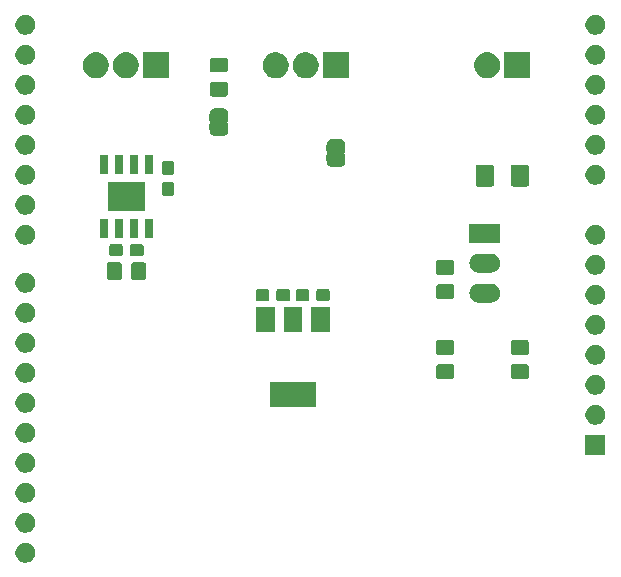
<source format=gbr>
G04 #@! TF.GenerationSoftware,KiCad,Pcbnew,5.1.5-52549c5~86~ubuntu18.04.1*
G04 #@! TF.CreationDate,2020-04-19T01:33:55+01:00*
G04 #@! TF.ProjectId,scot-controller,73636f74-2d63-46f6-9e74-726f6c6c6572,rev?*
G04 #@! TF.SameCoordinates,Original*
G04 #@! TF.FileFunction,Soldermask,Top*
G04 #@! TF.FilePolarity,Negative*
%FSLAX46Y46*%
G04 Gerber Fmt 4.6, Leading zero omitted, Abs format (unit mm)*
G04 Created by KiCad (PCBNEW 5.1.5-52549c5~86~ubuntu18.04.1) date 2020-04-19 01:33:55*
%MOMM*%
%LPD*%
G04 APERTURE LIST*
%ADD10C,0.100000*%
G04 APERTURE END LIST*
D10*
G36*
X195320228Y-112537903D02*
G01*
X195475100Y-112602053D01*
X195614481Y-112695185D01*
X195733015Y-112813719D01*
X195826147Y-112953100D01*
X195890297Y-113107972D01*
X195923000Y-113272384D01*
X195923000Y-113440016D01*
X195890297Y-113604428D01*
X195826147Y-113759300D01*
X195733015Y-113898681D01*
X195614481Y-114017215D01*
X195475100Y-114110347D01*
X195320228Y-114174497D01*
X195155816Y-114207200D01*
X194988184Y-114207200D01*
X194823772Y-114174497D01*
X194668900Y-114110347D01*
X194529519Y-114017215D01*
X194410985Y-113898681D01*
X194317853Y-113759300D01*
X194253703Y-113604428D01*
X194221000Y-113440016D01*
X194221000Y-113272384D01*
X194253703Y-113107972D01*
X194317853Y-112953100D01*
X194410985Y-112813719D01*
X194529519Y-112695185D01*
X194668900Y-112602053D01*
X194823772Y-112537903D01*
X194988184Y-112505200D01*
X195155816Y-112505200D01*
X195320228Y-112537903D01*
G37*
G36*
X195320228Y-109997903D02*
G01*
X195475100Y-110062053D01*
X195614481Y-110155185D01*
X195733015Y-110273719D01*
X195826147Y-110413100D01*
X195890297Y-110567972D01*
X195923000Y-110732384D01*
X195923000Y-110900016D01*
X195890297Y-111064428D01*
X195826147Y-111219300D01*
X195733015Y-111358681D01*
X195614481Y-111477215D01*
X195475100Y-111570347D01*
X195320228Y-111634497D01*
X195155816Y-111667200D01*
X194988184Y-111667200D01*
X194823772Y-111634497D01*
X194668900Y-111570347D01*
X194529519Y-111477215D01*
X194410985Y-111358681D01*
X194317853Y-111219300D01*
X194253703Y-111064428D01*
X194221000Y-110900016D01*
X194221000Y-110732384D01*
X194253703Y-110567972D01*
X194317853Y-110413100D01*
X194410985Y-110273719D01*
X194529519Y-110155185D01*
X194668900Y-110062053D01*
X194823772Y-109997903D01*
X194988184Y-109965200D01*
X195155816Y-109965200D01*
X195320228Y-109997903D01*
G37*
G36*
X195320228Y-107457903D02*
G01*
X195475100Y-107522053D01*
X195614481Y-107615185D01*
X195733015Y-107733719D01*
X195826147Y-107873100D01*
X195890297Y-108027972D01*
X195923000Y-108192384D01*
X195923000Y-108360016D01*
X195890297Y-108524428D01*
X195826147Y-108679300D01*
X195733015Y-108818681D01*
X195614481Y-108937215D01*
X195475100Y-109030347D01*
X195320228Y-109094497D01*
X195155816Y-109127200D01*
X194988184Y-109127200D01*
X194823772Y-109094497D01*
X194668900Y-109030347D01*
X194529519Y-108937215D01*
X194410985Y-108818681D01*
X194317853Y-108679300D01*
X194253703Y-108524428D01*
X194221000Y-108360016D01*
X194221000Y-108192384D01*
X194253703Y-108027972D01*
X194317853Y-107873100D01*
X194410985Y-107733719D01*
X194529519Y-107615185D01*
X194668900Y-107522053D01*
X194823772Y-107457903D01*
X194988184Y-107425200D01*
X195155816Y-107425200D01*
X195320228Y-107457903D01*
G37*
G36*
X195320228Y-104917903D02*
G01*
X195475100Y-104982053D01*
X195614481Y-105075185D01*
X195733015Y-105193719D01*
X195826147Y-105333100D01*
X195890297Y-105487972D01*
X195923000Y-105652384D01*
X195923000Y-105820016D01*
X195890297Y-105984428D01*
X195826147Y-106139300D01*
X195733015Y-106278681D01*
X195614481Y-106397215D01*
X195475100Y-106490347D01*
X195320228Y-106554497D01*
X195155816Y-106587200D01*
X194988184Y-106587200D01*
X194823772Y-106554497D01*
X194668900Y-106490347D01*
X194529519Y-106397215D01*
X194410985Y-106278681D01*
X194317853Y-106139300D01*
X194253703Y-105984428D01*
X194221000Y-105820016D01*
X194221000Y-105652384D01*
X194253703Y-105487972D01*
X194317853Y-105333100D01*
X194410985Y-105193719D01*
X194529519Y-105075185D01*
X194668900Y-104982053D01*
X194823772Y-104917903D01*
X194988184Y-104885200D01*
X195155816Y-104885200D01*
X195320228Y-104917903D01*
G37*
G36*
X244183000Y-105067200D02*
G01*
X242481000Y-105067200D01*
X242481000Y-103365200D01*
X244183000Y-103365200D01*
X244183000Y-105067200D01*
G37*
G36*
X195320228Y-102377903D02*
G01*
X195475100Y-102442053D01*
X195614481Y-102535185D01*
X195733015Y-102653719D01*
X195826147Y-102793100D01*
X195890297Y-102947972D01*
X195923000Y-103112384D01*
X195923000Y-103280016D01*
X195890297Y-103444428D01*
X195826147Y-103599300D01*
X195733015Y-103738681D01*
X195614481Y-103857215D01*
X195475100Y-103950347D01*
X195320228Y-104014497D01*
X195155816Y-104047200D01*
X194988184Y-104047200D01*
X194823772Y-104014497D01*
X194668900Y-103950347D01*
X194529519Y-103857215D01*
X194410985Y-103738681D01*
X194317853Y-103599300D01*
X194253703Y-103444428D01*
X194221000Y-103280016D01*
X194221000Y-103112384D01*
X194253703Y-102947972D01*
X194317853Y-102793100D01*
X194410985Y-102653719D01*
X194529519Y-102535185D01*
X194668900Y-102442053D01*
X194823772Y-102377903D01*
X194988184Y-102345200D01*
X195155816Y-102345200D01*
X195320228Y-102377903D01*
G37*
G36*
X243580228Y-100857903D02*
G01*
X243735100Y-100922053D01*
X243874481Y-101015185D01*
X243993015Y-101133719D01*
X244086147Y-101273100D01*
X244150297Y-101427972D01*
X244183000Y-101592384D01*
X244183000Y-101760016D01*
X244150297Y-101924428D01*
X244086147Y-102079300D01*
X243993015Y-102218681D01*
X243874481Y-102337215D01*
X243735100Y-102430347D01*
X243580228Y-102494497D01*
X243415816Y-102527200D01*
X243248184Y-102527200D01*
X243083772Y-102494497D01*
X242928900Y-102430347D01*
X242789519Y-102337215D01*
X242670985Y-102218681D01*
X242577853Y-102079300D01*
X242513703Y-101924428D01*
X242481000Y-101760016D01*
X242481000Y-101592384D01*
X242513703Y-101427972D01*
X242577853Y-101273100D01*
X242670985Y-101133719D01*
X242789519Y-101015185D01*
X242928900Y-100922053D01*
X243083772Y-100857903D01*
X243248184Y-100825200D01*
X243415816Y-100825200D01*
X243580228Y-100857903D01*
G37*
G36*
X195320228Y-99837903D02*
G01*
X195475100Y-99902053D01*
X195614481Y-99995185D01*
X195733015Y-100113719D01*
X195826147Y-100253100D01*
X195890297Y-100407972D01*
X195923000Y-100572384D01*
X195923000Y-100740016D01*
X195890297Y-100904428D01*
X195826147Y-101059300D01*
X195733015Y-101198681D01*
X195614481Y-101317215D01*
X195475100Y-101410347D01*
X195320228Y-101474497D01*
X195155816Y-101507200D01*
X194988184Y-101507200D01*
X194823772Y-101474497D01*
X194668900Y-101410347D01*
X194529519Y-101317215D01*
X194410985Y-101198681D01*
X194317853Y-101059300D01*
X194253703Y-100904428D01*
X194221000Y-100740016D01*
X194221000Y-100572384D01*
X194253703Y-100407972D01*
X194317853Y-100253100D01*
X194410985Y-100113719D01*
X194529519Y-99995185D01*
X194668900Y-99902053D01*
X194823772Y-99837903D01*
X194988184Y-99805200D01*
X195155816Y-99805200D01*
X195320228Y-99837903D01*
G37*
G36*
X219679800Y-101000000D02*
G01*
X215777800Y-101000000D01*
X215777800Y-98898000D01*
X219679800Y-98898000D01*
X219679800Y-101000000D01*
G37*
G36*
X243580228Y-98317903D02*
G01*
X243735100Y-98382053D01*
X243874481Y-98475185D01*
X243993015Y-98593719D01*
X244086147Y-98733100D01*
X244150297Y-98887972D01*
X244183000Y-99052384D01*
X244183000Y-99220016D01*
X244150297Y-99384428D01*
X244086147Y-99539300D01*
X243993015Y-99678681D01*
X243874481Y-99797215D01*
X243735100Y-99890347D01*
X243580228Y-99954497D01*
X243415816Y-99987200D01*
X243248184Y-99987200D01*
X243083772Y-99954497D01*
X242928900Y-99890347D01*
X242789519Y-99797215D01*
X242670985Y-99678681D01*
X242577853Y-99539300D01*
X242513703Y-99384428D01*
X242481000Y-99220016D01*
X242481000Y-99052384D01*
X242513703Y-98887972D01*
X242577853Y-98733100D01*
X242670985Y-98593719D01*
X242789519Y-98475185D01*
X242928900Y-98382053D01*
X243083772Y-98317903D01*
X243248184Y-98285200D01*
X243415816Y-98285200D01*
X243580228Y-98317903D01*
G37*
G36*
X195320228Y-97297903D02*
G01*
X195475100Y-97362053D01*
X195614481Y-97455185D01*
X195733015Y-97573719D01*
X195826147Y-97713100D01*
X195890297Y-97867972D01*
X195923000Y-98032384D01*
X195923000Y-98200016D01*
X195890297Y-98364428D01*
X195826147Y-98519300D01*
X195733015Y-98658681D01*
X195614481Y-98777215D01*
X195475100Y-98870347D01*
X195320228Y-98934497D01*
X195155816Y-98967200D01*
X194988184Y-98967200D01*
X194823772Y-98934497D01*
X194668900Y-98870347D01*
X194529519Y-98777215D01*
X194410985Y-98658681D01*
X194317853Y-98519300D01*
X194253703Y-98364428D01*
X194221000Y-98200016D01*
X194221000Y-98032384D01*
X194253703Y-97867972D01*
X194317853Y-97713100D01*
X194410985Y-97573719D01*
X194529519Y-97455185D01*
X194668900Y-97362053D01*
X194823772Y-97297903D01*
X194988184Y-97265200D01*
X195155816Y-97265200D01*
X195320228Y-97297903D01*
G37*
G36*
X237519874Y-97415065D02*
G01*
X237557567Y-97426499D01*
X237592303Y-97445066D01*
X237622748Y-97470052D01*
X237647734Y-97500497D01*
X237666301Y-97535233D01*
X237677735Y-97572926D01*
X237682200Y-97618261D01*
X237682200Y-98454939D01*
X237677735Y-98500274D01*
X237666301Y-98537967D01*
X237647734Y-98572703D01*
X237622748Y-98603148D01*
X237592303Y-98628134D01*
X237557567Y-98646701D01*
X237519874Y-98658135D01*
X237474539Y-98662600D01*
X236387861Y-98662600D01*
X236342526Y-98658135D01*
X236304833Y-98646701D01*
X236270097Y-98628134D01*
X236239652Y-98603148D01*
X236214666Y-98572703D01*
X236196099Y-98537967D01*
X236184665Y-98500274D01*
X236180200Y-98454939D01*
X236180200Y-97618261D01*
X236184665Y-97572926D01*
X236196099Y-97535233D01*
X236214666Y-97500497D01*
X236239652Y-97470052D01*
X236270097Y-97445066D01*
X236304833Y-97426499D01*
X236342526Y-97415065D01*
X236387861Y-97410600D01*
X237474539Y-97410600D01*
X237519874Y-97415065D01*
G37*
G36*
X231195274Y-97406065D02*
G01*
X231232967Y-97417499D01*
X231267703Y-97436066D01*
X231298148Y-97461052D01*
X231323134Y-97491497D01*
X231341701Y-97526233D01*
X231353135Y-97563926D01*
X231357600Y-97609261D01*
X231357600Y-98445939D01*
X231353135Y-98491274D01*
X231341701Y-98528967D01*
X231323134Y-98563703D01*
X231298148Y-98594148D01*
X231267703Y-98619134D01*
X231232967Y-98637701D01*
X231195274Y-98649135D01*
X231149939Y-98653600D01*
X230063261Y-98653600D01*
X230017926Y-98649135D01*
X229980233Y-98637701D01*
X229945497Y-98619134D01*
X229915052Y-98594148D01*
X229890066Y-98563703D01*
X229871499Y-98528967D01*
X229860065Y-98491274D01*
X229855600Y-98445939D01*
X229855600Y-97609261D01*
X229860065Y-97563926D01*
X229871499Y-97526233D01*
X229890066Y-97491497D01*
X229915052Y-97461052D01*
X229945497Y-97436066D01*
X229980233Y-97417499D01*
X230017926Y-97406065D01*
X230063261Y-97401600D01*
X231149939Y-97401600D01*
X231195274Y-97406065D01*
G37*
G36*
X243580228Y-95777903D02*
G01*
X243735100Y-95842053D01*
X243874481Y-95935185D01*
X243993015Y-96053719D01*
X244086147Y-96193100D01*
X244150297Y-96347972D01*
X244183000Y-96512384D01*
X244183000Y-96680016D01*
X244150297Y-96844428D01*
X244086147Y-96999300D01*
X243993015Y-97138681D01*
X243874481Y-97257215D01*
X243735100Y-97350347D01*
X243580228Y-97414497D01*
X243415816Y-97447200D01*
X243248184Y-97447200D01*
X243083772Y-97414497D01*
X242928900Y-97350347D01*
X242789519Y-97257215D01*
X242670985Y-97138681D01*
X242577853Y-96999300D01*
X242513703Y-96844428D01*
X242481000Y-96680016D01*
X242481000Y-96512384D01*
X242513703Y-96347972D01*
X242577853Y-96193100D01*
X242670985Y-96053719D01*
X242789519Y-95935185D01*
X242928900Y-95842053D01*
X243083772Y-95777903D01*
X243248184Y-95745200D01*
X243415816Y-95745200D01*
X243580228Y-95777903D01*
G37*
G36*
X237519874Y-95365065D02*
G01*
X237557567Y-95376499D01*
X237592303Y-95395066D01*
X237622748Y-95420052D01*
X237647734Y-95450497D01*
X237666301Y-95485233D01*
X237677735Y-95522926D01*
X237682200Y-95568261D01*
X237682200Y-96404939D01*
X237677735Y-96450274D01*
X237666301Y-96487967D01*
X237647734Y-96522703D01*
X237622748Y-96553148D01*
X237592303Y-96578134D01*
X237557567Y-96596701D01*
X237519874Y-96608135D01*
X237474539Y-96612600D01*
X236387861Y-96612600D01*
X236342526Y-96608135D01*
X236304833Y-96596701D01*
X236270097Y-96578134D01*
X236239652Y-96553148D01*
X236214666Y-96522703D01*
X236196099Y-96487967D01*
X236184665Y-96450274D01*
X236180200Y-96404939D01*
X236180200Y-95568261D01*
X236184665Y-95522926D01*
X236196099Y-95485233D01*
X236214666Y-95450497D01*
X236239652Y-95420052D01*
X236270097Y-95395066D01*
X236304833Y-95376499D01*
X236342526Y-95365065D01*
X236387861Y-95360600D01*
X237474539Y-95360600D01*
X237519874Y-95365065D01*
G37*
G36*
X231195274Y-95356065D02*
G01*
X231232967Y-95367499D01*
X231267703Y-95386066D01*
X231298148Y-95411052D01*
X231323134Y-95441497D01*
X231341701Y-95476233D01*
X231353135Y-95513926D01*
X231357600Y-95559261D01*
X231357600Y-96395939D01*
X231353135Y-96441274D01*
X231341701Y-96478967D01*
X231323134Y-96513703D01*
X231298148Y-96544148D01*
X231267703Y-96569134D01*
X231232967Y-96587701D01*
X231195274Y-96599135D01*
X231149939Y-96603600D01*
X230063261Y-96603600D01*
X230017926Y-96599135D01*
X229980233Y-96587701D01*
X229945497Y-96569134D01*
X229915052Y-96544148D01*
X229890066Y-96513703D01*
X229871499Y-96478967D01*
X229860065Y-96441274D01*
X229855600Y-96395939D01*
X229855600Y-95559261D01*
X229860065Y-95513926D01*
X229871499Y-95476233D01*
X229890066Y-95441497D01*
X229915052Y-95411052D01*
X229945497Y-95386066D01*
X229980233Y-95367499D01*
X230017926Y-95356065D01*
X230063261Y-95351600D01*
X231149939Y-95351600D01*
X231195274Y-95356065D01*
G37*
G36*
X195320228Y-94757903D02*
G01*
X195475100Y-94822053D01*
X195614481Y-94915185D01*
X195733015Y-95033719D01*
X195826147Y-95173100D01*
X195890297Y-95327972D01*
X195923000Y-95492384D01*
X195923000Y-95660016D01*
X195890297Y-95824428D01*
X195826147Y-95979300D01*
X195733015Y-96118681D01*
X195614481Y-96237215D01*
X195475100Y-96330347D01*
X195320228Y-96394497D01*
X195155816Y-96427200D01*
X194988184Y-96427200D01*
X194823772Y-96394497D01*
X194668900Y-96330347D01*
X194529519Y-96237215D01*
X194410985Y-96118681D01*
X194317853Y-95979300D01*
X194253703Y-95824428D01*
X194221000Y-95660016D01*
X194221000Y-95492384D01*
X194253703Y-95327972D01*
X194317853Y-95173100D01*
X194410985Y-95033719D01*
X194529519Y-94915185D01*
X194668900Y-94822053D01*
X194823772Y-94757903D01*
X194988184Y-94725200D01*
X195155816Y-94725200D01*
X195320228Y-94757903D01*
G37*
G36*
X243580228Y-93237903D02*
G01*
X243735100Y-93302053D01*
X243874481Y-93395185D01*
X243993015Y-93513719D01*
X244086147Y-93653100D01*
X244150297Y-93807972D01*
X244183000Y-93972384D01*
X244183000Y-94140016D01*
X244150297Y-94304428D01*
X244086147Y-94459300D01*
X243993015Y-94598681D01*
X243874481Y-94717215D01*
X243735100Y-94810347D01*
X243580228Y-94874497D01*
X243415816Y-94907200D01*
X243248184Y-94907200D01*
X243083772Y-94874497D01*
X242928900Y-94810347D01*
X242789519Y-94717215D01*
X242670985Y-94598681D01*
X242577853Y-94459300D01*
X242513703Y-94304428D01*
X242481000Y-94140016D01*
X242481000Y-93972384D01*
X242513703Y-93807972D01*
X242577853Y-93653100D01*
X242670985Y-93513719D01*
X242789519Y-93395185D01*
X242928900Y-93302053D01*
X243083772Y-93237903D01*
X243248184Y-93205200D01*
X243415816Y-93205200D01*
X243580228Y-93237903D01*
G37*
G36*
X218529800Y-94700000D02*
G01*
X216927800Y-94700000D01*
X216927800Y-92598000D01*
X218529800Y-92598000D01*
X218529800Y-94700000D01*
G37*
G36*
X220829800Y-94700000D02*
G01*
X219227800Y-94700000D01*
X219227800Y-92598000D01*
X220829800Y-92598000D01*
X220829800Y-94700000D01*
G37*
G36*
X216229800Y-94700000D02*
G01*
X214627800Y-94700000D01*
X214627800Y-92598000D01*
X216229800Y-92598000D01*
X216229800Y-94700000D01*
G37*
G36*
X195320228Y-92217903D02*
G01*
X195475100Y-92282053D01*
X195614481Y-92375185D01*
X195733015Y-92493719D01*
X195826147Y-92633100D01*
X195890297Y-92787972D01*
X195923000Y-92952384D01*
X195923000Y-93120016D01*
X195890297Y-93284428D01*
X195826147Y-93439300D01*
X195733015Y-93578681D01*
X195614481Y-93697215D01*
X195475100Y-93790347D01*
X195320228Y-93854497D01*
X195155816Y-93887200D01*
X194988184Y-93887200D01*
X194823772Y-93854497D01*
X194668900Y-93790347D01*
X194529519Y-93697215D01*
X194410985Y-93578681D01*
X194317853Y-93439300D01*
X194253703Y-93284428D01*
X194221000Y-93120016D01*
X194221000Y-92952384D01*
X194253703Y-92787972D01*
X194317853Y-92633100D01*
X194410985Y-92493719D01*
X194529519Y-92375185D01*
X194668900Y-92282053D01*
X194823772Y-92217903D01*
X194988184Y-92185200D01*
X195155816Y-92185200D01*
X195320228Y-92217903D01*
G37*
G36*
X243580228Y-90697903D02*
G01*
X243735100Y-90762053D01*
X243874481Y-90855185D01*
X243993015Y-90973719D01*
X244086147Y-91113100D01*
X244150297Y-91267972D01*
X244183000Y-91432384D01*
X244183000Y-91600016D01*
X244150297Y-91764428D01*
X244086147Y-91919300D01*
X243993015Y-92058681D01*
X243874481Y-92177215D01*
X243735100Y-92270347D01*
X243580228Y-92334497D01*
X243415816Y-92367200D01*
X243248184Y-92367200D01*
X243083772Y-92334497D01*
X242928900Y-92270347D01*
X242789519Y-92177215D01*
X242670985Y-92058681D01*
X242577853Y-91919300D01*
X242513703Y-91764428D01*
X242481000Y-91600016D01*
X242481000Y-91432384D01*
X242513703Y-91267972D01*
X242577853Y-91113100D01*
X242670985Y-90973719D01*
X242789519Y-90855185D01*
X242928900Y-90762053D01*
X243083772Y-90697903D01*
X243248184Y-90665200D01*
X243415816Y-90665200D01*
X243580228Y-90697903D01*
G37*
G36*
X234537971Y-90592063D02*
G01*
X234616423Y-90599790D01*
X234712056Y-90628800D01*
X234767413Y-90645592D01*
X234906565Y-90719971D01*
X235028533Y-90820067D01*
X235128629Y-90942035D01*
X235203008Y-91081187D01*
X235212689Y-91113103D01*
X235248810Y-91232177D01*
X235264275Y-91389200D01*
X235248810Y-91546223D01*
X235232492Y-91600015D01*
X235203008Y-91697213D01*
X235128629Y-91836365D01*
X235028533Y-91958333D01*
X234906565Y-92058429D01*
X234767413Y-92132808D01*
X234717082Y-92148075D01*
X234616423Y-92178610D01*
X234549512Y-92185200D01*
X234498746Y-92190200D01*
X233420054Y-92190200D01*
X233369288Y-92185200D01*
X233302377Y-92178610D01*
X233201718Y-92148075D01*
X233151387Y-92132808D01*
X233012235Y-92058429D01*
X232890267Y-91958333D01*
X232790171Y-91836365D01*
X232715792Y-91697213D01*
X232686308Y-91600015D01*
X232669990Y-91546223D01*
X232654525Y-91389200D01*
X232669990Y-91232177D01*
X232706111Y-91113103D01*
X232715792Y-91081187D01*
X232790171Y-90942035D01*
X232890267Y-90820067D01*
X233012235Y-90719971D01*
X233151387Y-90645592D01*
X233206744Y-90628800D01*
X233302377Y-90599790D01*
X233380829Y-90592063D01*
X233420054Y-90588200D01*
X234498746Y-90588200D01*
X234537971Y-90592063D01*
G37*
G36*
X217305099Y-91045445D02*
G01*
X217342595Y-91056820D01*
X217377154Y-91075292D01*
X217407447Y-91100153D01*
X217432308Y-91130446D01*
X217450780Y-91165005D01*
X217462155Y-91202501D01*
X217466600Y-91247638D01*
X217466600Y-91886362D01*
X217462155Y-91931499D01*
X217450780Y-91968995D01*
X217432308Y-92003554D01*
X217407447Y-92033847D01*
X217377154Y-92058708D01*
X217342595Y-92077180D01*
X217305099Y-92088555D01*
X217259962Y-92093000D01*
X216521238Y-92093000D01*
X216476101Y-92088555D01*
X216438605Y-92077180D01*
X216404046Y-92058708D01*
X216373753Y-92033847D01*
X216348892Y-92003554D01*
X216330420Y-91968995D01*
X216319045Y-91931499D01*
X216314600Y-91886362D01*
X216314600Y-91247638D01*
X216319045Y-91202501D01*
X216330420Y-91165005D01*
X216348892Y-91130446D01*
X216373753Y-91100153D01*
X216404046Y-91075292D01*
X216438605Y-91056820D01*
X216476101Y-91045445D01*
X216521238Y-91041000D01*
X217259962Y-91041000D01*
X217305099Y-91045445D01*
G37*
G36*
X215555099Y-91045445D02*
G01*
X215592595Y-91056820D01*
X215627154Y-91075292D01*
X215657447Y-91100153D01*
X215682308Y-91130446D01*
X215700780Y-91165005D01*
X215712155Y-91202501D01*
X215716600Y-91247638D01*
X215716600Y-91886362D01*
X215712155Y-91931499D01*
X215700780Y-91968995D01*
X215682308Y-92003554D01*
X215657447Y-92033847D01*
X215627154Y-92058708D01*
X215592595Y-92077180D01*
X215555099Y-92088555D01*
X215509962Y-92093000D01*
X214771238Y-92093000D01*
X214726101Y-92088555D01*
X214688605Y-92077180D01*
X214654046Y-92058708D01*
X214623753Y-92033847D01*
X214598892Y-92003554D01*
X214580420Y-91968995D01*
X214569045Y-91931499D01*
X214564600Y-91886362D01*
X214564600Y-91247638D01*
X214569045Y-91202501D01*
X214580420Y-91165005D01*
X214598892Y-91130446D01*
X214623753Y-91100153D01*
X214654046Y-91075292D01*
X214688605Y-91056820D01*
X214726101Y-91045445D01*
X214771238Y-91041000D01*
X215509962Y-91041000D01*
X215555099Y-91045445D01*
G37*
G36*
X220680699Y-91045445D02*
G01*
X220718195Y-91056820D01*
X220752754Y-91075292D01*
X220783047Y-91100153D01*
X220807908Y-91130446D01*
X220826380Y-91165005D01*
X220837755Y-91202501D01*
X220842200Y-91247638D01*
X220842200Y-91886362D01*
X220837755Y-91931499D01*
X220826380Y-91968995D01*
X220807908Y-92003554D01*
X220783047Y-92033847D01*
X220752754Y-92058708D01*
X220718195Y-92077180D01*
X220680699Y-92088555D01*
X220635562Y-92093000D01*
X219896838Y-92093000D01*
X219851701Y-92088555D01*
X219814205Y-92077180D01*
X219779646Y-92058708D01*
X219749353Y-92033847D01*
X219724492Y-92003554D01*
X219706020Y-91968995D01*
X219694645Y-91931499D01*
X219690200Y-91886362D01*
X219690200Y-91247638D01*
X219694645Y-91202501D01*
X219706020Y-91165005D01*
X219724492Y-91130446D01*
X219749353Y-91100153D01*
X219779646Y-91075292D01*
X219814205Y-91056820D01*
X219851701Y-91045445D01*
X219896838Y-91041000D01*
X220635562Y-91041000D01*
X220680699Y-91045445D01*
G37*
G36*
X218930699Y-91045445D02*
G01*
X218968195Y-91056820D01*
X219002754Y-91075292D01*
X219033047Y-91100153D01*
X219057908Y-91130446D01*
X219076380Y-91165005D01*
X219087755Y-91202501D01*
X219092200Y-91247638D01*
X219092200Y-91886362D01*
X219087755Y-91931499D01*
X219076380Y-91968995D01*
X219057908Y-92003554D01*
X219033047Y-92033847D01*
X219002754Y-92058708D01*
X218968195Y-92077180D01*
X218930699Y-92088555D01*
X218885562Y-92093000D01*
X218146838Y-92093000D01*
X218101701Y-92088555D01*
X218064205Y-92077180D01*
X218029646Y-92058708D01*
X217999353Y-92033847D01*
X217974492Y-92003554D01*
X217956020Y-91968995D01*
X217944645Y-91931499D01*
X217940200Y-91886362D01*
X217940200Y-91247638D01*
X217944645Y-91202501D01*
X217956020Y-91165005D01*
X217974492Y-91130446D01*
X217999353Y-91100153D01*
X218029646Y-91075292D01*
X218064205Y-91056820D01*
X218101701Y-91045445D01*
X218146838Y-91041000D01*
X218885562Y-91041000D01*
X218930699Y-91045445D01*
G37*
G36*
X231195274Y-90633265D02*
G01*
X231232967Y-90644699D01*
X231267703Y-90663266D01*
X231298148Y-90688252D01*
X231323134Y-90718697D01*
X231341701Y-90753433D01*
X231353135Y-90791126D01*
X231357600Y-90836461D01*
X231357600Y-91673139D01*
X231353135Y-91718474D01*
X231341701Y-91756167D01*
X231323134Y-91790903D01*
X231298148Y-91821348D01*
X231267703Y-91846334D01*
X231232967Y-91864901D01*
X231195274Y-91876335D01*
X231149939Y-91880800D01*
X230063261Y-91880800D01*
X230017926Y-91876335D01*
X229980233Y-91864901D01*
X229945497Y-91846334D01*
X229915052Y-91821348D01*
X229890066Y-91790903D01*
X229871499Y-91756167D01*
X229860065Y-91718474D01*
X229855600Y-91673139D01*
X229855600Y-90836461D01*
X229860065Y-90791126D01*
X229871499Y-90753433D01*
X229890066Y-90718697D01*
X229915052Y-90688252D01*
X229945497Y-90663266D01*
X229980233Y-90644699D01*
X230017926Y-90633265D01*
X230063261Y-90628800D01*
X231149939Y-90628800D01*
X231195274Y-90633265D01*
G37*
G36*
X195320228Y-89677903D02*
G01*
X195475100Y-89742053D01*
X195614481Y-89835185D01*
X195733015Y-89953719D01*
X195826147Y-90093100D01*
X195890297Y-90247972D01*
X195923000Y-90412384D01*
X195923000Y-90580016D01*
X195890297Y-90744428D01*
X195826147Y-90899300D01*
X195733015Y-91038681D01*
X195614481Y-91157215D01*
X195475100Y-91250347D01*
X195320228Y-91314497D01*
X195155816Y-91347200D01*
X194988184Y-91347200D01*
X194823772Y-91314497D01*
X194668900Y-91250347D01*
X194529519Y-91157215D01*
X194410985Y-91038681D01*
X194317853Y-90899300D01*
X194253703Y-90744428D01*
X194221000Y-90580016D01*
X194221000Y-90412384D01*
X194253703Y-90247972D01*
X194317853Y-90093100D01*
X194410985Y-89953719D01*
X194529519Y-89835185D01*
X194668900Y-89742053D01*
X194823772Y-89677903D01*
X194988184Y-89645200D01*
X195155816Y-89645200D01*
X195320228Y-89677903D01*
G37*
G36*
X205111474Y-88763065D02*
G01*
X205149167Y-88774499D01*
X205183903Y-88793066D01*
X205214348Y-88818052D01*
X205239334Y-88848497D01*
X205257901Y-88883233D01*
X205269335Y-88920926D01*
X205273800Y-88966261D01*
X205273800Y-90052939D01*
X205269335Y-90098274D01*
X205257901Y-90135967D01*
X205239334Y-90170703D01*
X205214348Y-90201148D01*
X205183903Y-90226134D01*
X205149167Y-90244701D01*
X205111474Y-90256135D01*
X205066139Y-90260600D01*
X204229461Y-90260600D01*
X204184126Y-90256135D01*
X204146433Y-90244701D01*
X204111697Y-90226134D01*
X204081252Y-90201148D01*
X204056266Y-90170703D01*
X204037699Y-90135967D01*
X204026265Y-90098274D01*
X204021800Y-90052939D01*
X204021800Y-88966261D01*
X204026265Y-88920926D01*
X204037699Y-88883233D01*
X204056266Y-88848497D01*
X204081252Y-88818052D01*
X204111697Y-88793066D01*
X204146433Y-88774499D01*
X204184126Y-88763065D01*
X204229461Y-88758600D01*
X205066139Y-88758600D01*
X205111474Y-88763065D01*
G37*
G36*
X203061474Y-88763065D02*
G01*
X203099167Y-88774499D01*
X203133903Y-88793066D01*
X203164348Y-88818052D01*
X203189334Y-88848497D01*
X203207901Y-88883233D01*
X203219335Y-88920926D01*
X203223800Y-88966261D01*
X203223800Y-90052939D01*
X203219335Y-90098274D01*
X203207901Y-90135967D01*
X203189334Y-90170703D01*
X203164348Y-90201148D01*
X203133903Y-90226134D01*
X203099167Y-90244701D01*
X203061474Y-90256135D01*
X203016139Y-90260600D01*
X202179461Y-90260600D01*
X202134126Y-90256135D01*
X202096433Y-90244701D01*
X202061697Y-90226134D01*
X202031252Y-90201148D01*
X202006266Y-90170703D01*
X201987699Y-90135967D01*
X201976265Y-90098274D01*
X201971800Y-90052939D01*
X201971800Y-88966261D01*
X201976265Y-88920926D01*
X201987699Y-88883233D01*
X202006266Y-88848497D01*
X202031252Y-88818052D01*
X202061697Y-88793066D01*
X202096433Y-88774499D01*
X202134126Y-88763065D01*
X202179461Y-88758600D01*
X203016139Y-88758600D01*
X203061474Y-88763065D01*
G37*
G36*
X231195274Y-88583265D02*
G01*
X231232967Y-88594699D01*
X231267703Y-88613266D01*
X231298148Y-88638252D01*
X231323134Y-88668697D01*
X231341701Y-88703433D01*
X231353135Y-88741126D01*
X231357600Y-88786461D01*
X231357600Y-89623139D01*
X231353135Y-89668474D01*
X231341701Y-89706167D01*
X231323134Y-89740903D01*
X231298148Y-89771348D01*
X231267703Y-89796334D01*
X231232967Y-89814901D01*
X231195274Y-89826335D01*
X231149939Y-89830800D01*
X230063261Y-89830800D01*
X230017926Y-89826335D01*
X229980233Y-89814901D01*
X229945497Y-89796334D01*
X229915052Y-89771348D01*
X229890066Y-89740903D01*
X229871499Y-89706167D01*
X229860065Y-89668474D01*
X229855600Y-89623139D01*
X229855600Y-88786461D01*
X229860065Y-88741126D01*
X229871499Y-88703433D01*
X229890066Y-88668697D01*
X229915052Y-88638252D01*
X229945497Y-88613266D01*
X229980233Y-88594699D01*
X230017926Y-88583265D01*
X230063261Y-88578800D01*
X231149939Y-88578800D01*
X231195274Y-88583265D01*
G37*
G36*
X243580228Y-88157903D02*
G01*
X243735100Y-88222053D01*
X243874481Y-88315185D01*
X243993015Y-88433719D01*
X244086147Y-88573100D01*
X244150297Y-88727972D01*
X244183000Y-88892384D01*
X244183000Y-89060016D01*
X244150297Y-89224428D01*
X244086147Y-89379300D01*
X243993015Y-89518681D01*
X243874481Y-89637215D01*
X243735100Y-89730347D01*
X243580228Y-89794497D01*
X243415816Y-89827200D01*
X243248184Y-89827200D01*
X243083772Y-89794497D01*
X242928900Y-89730347D01*
X242789519Y-89637215D01*
X242670985Y-89518681D01*
X242577853Y-89379300D01*
X242513703Y-89224428D01*
X242481000Y-89060016D01*
X242481000Y-88892384D01*
X242513703Y-88727972D01*
X242577853Y-88573100D01*
X242670985Y-88433719D01*
X242789519Y-88315185D01*
X242928900Y-88222053D01*
X243083772Y-88157903D01*
X243248184Y-88125200D01*
X243415816Y-88125200D01*
X243580228Y-88157903D01*
G37*
G36*
X234537971Y-88052063D02*
G01*
X234616423Y-88059790D01*
X234717082Y-88090325D01*
X234767413Y-88105592D01*
X234906565Y-88179971D01*
X235028533Y-88280067D01*
X235128629Y-88402035D01*
X235203008Y-88541187D01*
X235215772Y-88583265D01*
X235248810Y-88692177D01*
X235264275Y-88849200D01*
X235248810Y-89006223D01*
X235232492Y-89060015D01*
X235203008Y-89157213D01*
X235128629Y-89296365D01*
X235028533Y-89418333D01*
X234906565Y-89518429D01*
X234767413Y-89592808D01*
X234717082Y-89608075D01*
X234616423Y-89638610D01*
X234549512Y-89645200D01*
X234498746Y-89650200D01*
X233420054Y-89650200D01*
X233369288Y-89645200D01*
X233302377Y-89638610D01*
X233201718Y-89608075D01*
X233151387Y-89592808D01*
X233012235Y-89518429D01*
X232890267Y-89418333D01*
X232790171Y-89296365D01*
X232715792Y-89157213D01*
X232686308Y-89060015D01*
X232669990Y-89006223D01*
X232654525Y-88849200D01*
X232669990Y-88692177D01*
X232703028Y-88583265D01*
X232715792Y-88541187D01*
X232790171Y-88402035D01*
X232890267Y-88280067D01*
X233012235Y-88179971D01*
X233151387Y-88105592D01*
X233201718Y-88090325D01*
X233302377Y-88059790D01*
X233380829Y-88052063D01*
X233420054Y-88048200D01*
X234498746Y-88048200D01*
X234537971Y-88052063D01*
G37*
G36*
X204909899Y-87235445D02*
G01*
X204947395Y-87246820D01*
X204981954Y-87265292D01*
X205012247Y-87290153D01*
X205037108Y-87320446D01*
X205055580Y-87355005D01*
X205066955Y-87392501D01*
X205071400Y-87437638D01*
X205071400Y-88076362D01*
X205066955Y-88121499D01*
X205055580Y-88158995D01*
X205037108Y-88193554D01*
X205012247Y-88223847D01*
X204981954Y-88248708D01*
X204947395Y-88267180D01*
X204909899Y-88278555D01*
X204864762Y-88283000D01*
X204126038Y-88283000D01*
X204080901Y-88278555D01*
X204043405Y-88267180D01*
X204008846Y-88248708D01*
X203978553Y-88223847D01*
X203953692Y-88193554D01*
X203935220Y-88158995D01*
X203923845Y-88121499D01*
X203919400Y-88076362D01*
X203919400Y-87437638D01*
X203923845Y-87392501D01*
X203935220Y-87355005D01*
X203953692Y-87320446D01*
X203978553Y-87290153D01*
X204008846Y-87265292D01*
X204043405Y-87246820D01*
X204080901Y-87235445D01*
X204126038Y-87231000D01*
X204864762Y-87231000D01*
X204909899Y-87235445D01*
G37*
G36*
X203159899Y-87235445D02*
G01*
X203197395Y-87246820D01*
X203231954Y-87265292D01*
X203262247Y-87290153D01*
X203287108Y-87320446D01*
X203305580Y-87355005D01*
X203316955Y-87392501D01*
X203321400Y-87437638D01*
X203321400Y-88076362D01*
X203316955Y-88121499D01*
X203305580Y-88158995D01*
X203287108Y-88193554D01*
X203262247Y-88223847D01*
X203231954Y-88248708D01*
X203197395Y-88267180D01*
X203159899Y-88278555D01*
X203114762Y-88283000D01*
X202376038Y-88283000D01*
X202330901Y-88278555D01*
X202293405Y-88267180D01*
X202258846Y-88248708D01*
X202228553Y-88223847D01*
X202203692Y-88193554D01*
X202185220Y-88158995D01*
X202173845Y-88121499D01*
X202169400Y-88076362D01*
X202169400Y-87437638D01*
X202173845Y-87392501D01*
X202185220Y-87355005D01*
X202203692Y-87320446D01*
X202228553Y-87290153D01*
X202258846Y-87265292D01*
X202293405Y-87246820D01*
X202330901Y-87235445D01*
X202376038Y-87231000D01*
X203114762Y-87231000D01*
X203159899Y-87235445D01*
G37*
G36*
X243580228Y-85617903D02*
G01*
X243735100Y-85682053D01*
X243874481Y-85775185D01*
X243993015Y-85893719D01*
X244086147Y-86033100D01*
X244150297Y-86187972D01*
X244183000Y-86352384D01*
X244183000Y-86520016D01*
X244150297Y-86684428D01*
X244086147Y-86839300D01*
X243993015Y-86978681D01*
X243874481Y-87097215D01*
X243735100Y-87190347D01*
X243580228Y-87254497D01*
X243415816Y-87287200D01*
X243248184Y-87287200D01*
X243083772Y-87254497D01*
X242928900Y-87190347D01*
X242789519Y-87097215D01*
X242670985Y-86978681D01*
X242577853Y-86839300D01*
X242513703Y-86684428D01*
X242481000Y-86520016D01*
X242481000Y-86352384D01*
X242513703Y-86187972D01*
X242577853Y-86033100D01*
X242670985Y-85893719D01*
X242789519Y-85775185D01*
X242928900Y-85682053D01*
X243083772Y-85617903D01*
X243248184Y-85585200D01*
X243415816Y-85585200D01*
X243580228Y-85617903D01*
G37*
G36*
X195320228Y-85617903D02*
G01*
X195475100Y-85682053D01*
X195614481Y-85775185D01*
X195733015Y-85893719D01*
X195826147Y-86033100D01*
X195890297Y-86187972D01*
X195923000Y-86352384D01*
X195923000Y-86520016D01*
X195890297Y-86684428D01*
X195826147Y-86839300D01*
X195733015Y-86978681D01*
X195614481Y-87097215D01*
X195475100Y-87190347D01*
X195320228Y-87254497D01*
X195155816Y-87287200D01*
X194988184Y-87287200D01*
X194823772Y-87254497D01*
X194668900Y-87190347D01*
X194529519Y-87097215D01*
X194410985Y-86978681D01*
X194317853Y-86839300D01*
X194253703Y-86684428D01*
X194221000Y-86520016D01*
X194221000Y-86352384D01*
X194253703Y-86187972D01*
X194317853Y-86033100D01*
X194410985Y-85893719D01*
X194529519Y-85775185D01*
X194668900Y-85682053D01*
X194823772Y-85617903D01*
X194988184Y-85585200D01*
X195155816Y-85585200D01*
X195320228Y-85617903D01*
G37*
G36*
X235260400Y-87110200D02*
G01*
X232658400Y-87110200D01*
X232658400Y-85508200D01*
X235260400Y-85508200D01*
X235260400Y-87110200D01*
G37*
G36*
X203322400Y-86736400D02*
G01*
X202620400Y-86736400D01*
X202620400Y-85084400D01*
X203322400Y-85084400D01*
X203322400Y-86736400D01*
G37*
G36*
X204592400Y-86736400D02*
G01*
X203890400Y-86736400D01*
X203890400Y-85084400D01*
X204592400Y-85084400D01*
X204592400Y-86736400D01*
G37*
G36*
X205862400Y-86736400D02*
G01*
X205160400Y-86736400D01*
X205160400Y-85084400D01*
X205862400Y-85084400D01*
X205862400Y-86736400D01*
G37*
G36*
X202052400Y-86736400D02*
G01*
X201350400Y-86736400D01*
X201350400Y-85084400D01*
X202052400Y-85084400D01*
X202052400Y-86736400D01*
G37*
G36*
X195320228Y-83077903D02*
G01*
X195475100Y-83142053D01*
X195614481Y-83235185D01*
X195733015Y-83353719D01*
X195826147Y-83493100D01*
X195890297Y-83647972D01*
X195923000Y-83812384D01*
X195923000Y-83980016D01*
X195890297Y-84144428D01*
X195826147Y-84299300D01*
X195733015Y-84438681D01*
X195614481Y-84557215D01*
X195475100Y-84650347D01*
X195320228Y-84714497D01*
X195155816Y-84747200D01*
X194988184Y-84747200D01*
X194823772Y-84714497D01*
X194668900Y-84650347D01*
X194529519Y-84557215D01*
X194410985Y-84438681D01*
X194317853Y-84299300D01*
X194253703Y-84144428D01*
X194221000Y-83980016D01*
X194221000Y-83812384D01*
X194253703Y-83647972D01*
X194317853Y-83493100D01*
X194410985Y-83353719D01*
X194529519Y-83235185D01*
X194668900Y-83142053D01*
X194823772Y-83077903D01*
X194988184Y-83045200D01*
X195155816Y-83045200D01*
X195320228Y-83077903D01*
G37*
G36*
X205157400Y-84411400D02*
G01*
X202055400Y-84411400D01*
X202055400Y-82009400D01*
X205157400Y-82009400D01*
X205157400Y-84411400D01*
G37*
G36*
X207526899Y-81978445D02*
G01*
X207564395Y-81989820D01*
X207598954Y-82008292D01*
X207629247Y-82033153D01*
X207654108Y-82063446D01*
X207672580Y-82098005D01*
X207683955Y-82135501D01*
X207688400Y-82180638D01*
X207688400Y-82919362D01*
X207683955Y-82964499D01*
X207672580Y-83001995D01*
X207654108Y-83036554D01*
X207629247Y-83066847D01*
X207598954Y-83091708D01*
X207564395Y-83110180D01*
X207526899Y-83121555D01*
X207481762Y-83126000D01*
X206843038Y-83126000D01*
X206797901Y-83121555D01*
X206760405Y-83110180D01*
X206725846Y-83091708D01*
X206695553Y-83066847D01*
X206670692Y-83036554D01*
X206652220Y-83001995D01*
X206640845Y-82964499D01*
X206636400Y-82919362D01*
X206636400Y-82180638D01*
X206640845Y-82135501D01*
X206652220Y-82098005D01*
X206670692Y-82063446D01*
X206695553Y-82033153D01*
X206725846Y-82008292D01*
X206760405Y-81989820D01*
X206797901Y-81978445D01*
X206843038Y-81974000D01*
X207481762Y-81974000D01*
X207526899Y-81978445D01*
G37*
G36*
X234569262Y-80510581D02*
G01*
X234604181Y-80521174D01*
X234636363Y-80538376D01*
X234664573Y-80561527D01*
X234687724Y-80589737D01*
X234704926Y-80621919D01*
X234715519Y-80656838D01*
X234719700Y-80699295D01*
X234719700Y-82165505D01*
X234715519Y-82207962D01*
X234704926Y-82242881D01*
X234687724Y-82275063D01*
X234664573Y-82303273D01*
X234636363Y-82326424D01*
X234604181Y-82343626D01*
X234569262Y-82354219D01*
X234526805Y-82358400D01*
X233385595Y-82358400D01*
X233343138Y-82354219D01*
X233308219Y-82343626D01*
X233276037Y-82326424D01*
X233247827Y-82303273D01*
X233224676Y-82275063D01*
X233207474Y-82242881D01*
X233196881Y-82207962D01*
X233192700Y-82165505D01*
X233192700Y-80699295D01*
X233196881Y-80656838D01*
X233207474Y-80621919D01*
X233224676Y-80589737D01*
X233247827Y-80561527D01*
X233276037Y-80538376D01*
X233308219Y-80521174D01*
X233343138Y-80510581D01*
X233385595Y-80506400D01*
X234526805Y-80506400D01*
X234569262Y-80510581D01*
G37*
G36*
X237544262Y-80510581D02*
G01*
X237579181Y-80521174D01*
X237611363Y-80538376D01*
X237639573Y-80561527D01*
X237662724Y-80589737D01*
X237679926Y-80621919D01*
X237690519Y-80656838D01*
X237694700Y-80699295D01*
X237694700Y-82165505D01*
X237690519Y-82207962D01*
X237679926Y-82242881D01*
X237662724Y-82275063D01*
X237639573Y-82303273D01*
X237611363Y-82326424D01*
X237579181Y-82343626D01*
X237544262Y-82354219D01*
X237501805Y-82358400D01*
X236360595Y-82358400D01*
X236318138Y-82354219D01*
X236283219Y-82343626D01*
X236251037Y-82326424D01*
X236222827Y-82303273D01*
X236199676Y-82275063D01*
X236182474Y-82242881D01*
X236171881Y-82207962D01*
X236167700Y-82165505D01*
X236167700Y-80699295D01*
X236171881Y-80656838D01*
X236182474Y-80621919D01*
X236199676Y-80589737D01*
X236222827Y-80561527D01*
X236251037Y-80538376D01*
X236283219Y-80521174D01*
X236318138Y-80510581D01*
X236360595Y-80506400D01*
X237501805Y-80506400D01*
X237544262Y-80510581D01*
G37*
G36*
X243580228Y-80537903D02*
G01*
X243735100Y-80602053D01*
X243874481Y-80695185D01*
X243993015Y-80813719D01*
X244086147Y-80953100D01*
X244150297Y-81107972D01*
X244183000Y-81272384D01*
X244183000Y-81440016D01*
X244150297Y-81604428D01*
X244086147Y-81759300D01*
X243993015Y-81898681D01*
X243874481Y-82017215D01*
X243735100Y-82110347D01*
X243580228Y-82174497D01*
X243415816Y-82207200D01*
X243248184Y-82207200D01*
X243083772Y-82174497D01*
X242928900Y-82110347D01*
X242789519Y-82017215D01*
X242670985Y-81898681D01*
X242577853Y-81759300D01*
X242513703Y-81604428D01*
X242481000Y-81440016D01*
X242481000Y-81272384D01*
X242513703Y-81107972D01*
X242577853Y-80953100D01*
X242670985Y-80813719D01*
X242789519Y-80695185D01*
X242928900Y-80602053D01*
X243083772Y-80537903D01*
X243248184Y-80505200D01*
X243415816Y-80505200D01*
X243580228Y-80537903D01*
G37*
G36*
X195320228Y-80537903D02*
G01*
X195475100Y-80602053D01*
X195614481Y-80695185D01*
X195733015Y-80813719D01*
X195826147Y-80953100D01*
X195890297Y-81107972D01*
X195923000Y-81272384D01*
X195923000Y-81440016D01*
X195890297Y-81604428D01*
X195826147Y-81759300D01*
X195733015Y-81898681D01*
X195614481Y-82017215D01*
X195475100Y-82110347D01*
X195320228Y-82174497D01*
X195155816Y-82207200D01*
X194988184Y-82207200D01*
X194823772Y-82174497D01*
X194668900Y-82110347D01*
X194529519Y-82017215D01*
X194410985Y-81898681D01*
X194317853Y-81759300D01*
X194253703Y-81604428D01*
X194221000Y-81440016D01*
X194221000Y-81272384D01*
X194253703Y-81107972D01*
X194317853Y-80953100D01*
X194410985Y-80813719D01*
X194529519Y-80695185D01*
X194668900Y-80602053D01*
X194823772Y-80537903D01*
X194988184Y-80505200D01*
X195155816Y-80505200D01*
X195320228Y-80537903D01*
G37*
G36*
X207526899Y-80228445D02*
G01*
X207564395Y-80239820D01*
X207598954Y-80258292D01*
X207629247Y-80283153D01*
X207654108Y-80313446D01*
X207672580Y-80348005D01*
X207683955Y-80385501D01*
X207688400Y-80430638D01*
X207688400Y-81169362D01*
X207683955Y-81214499D01*
X207672580Y-81251995D01*
X207654108Y-81286554D01*
X207629247Y-81316847D01*
X207598954Y-81341708D01*
X207564395Y-81360180D01*
X207526899Y-81371555D01*
X207481762Y-81376000D01*
X206843038Y-81376000D01*
X206797901Y-81371555D01*
X206760405Y-81360180D01*
X206725846Y-81341708D01*
X206695553Y-81316847D01*
X206670692Y-81286554D01*
X206652220Y-81251995D01*
X206640845Y-81214499D01*
X206636400Y-81169362D01*
X206636400Y-80430638D01*
X206640845Y-80385501D01*
X206652220Y-80348005D01*
X206670692Y-80313446D01*
X206695553Y-80283153D01*
X206725846Y-80258292D01*
X206760405Y-80239820D01*
X206797901Y-80228445D01*
X206843038Y-80224000D01*
X207481762Y-80224000D01*
X207526899Y-80228445D01*
G37*
G36*
X204592400Y-81336400D02*
G01*
X203890400Y-81336400D01*
X203890400Y-79684400D01*
X204592400Y-79684400D01*
X204592400Y-81336400D01*
G37*
G36*
X205862400Y-81336400D02*
G01*
X205160400Y-81336400D01*
X205160400Y-79684400D01*
X205862400Y-79684400D01*
X205862400Y-81336400D01*
G37*
G36*
X202052400Y-81336400D02*
G01*
X201350400Y-81336400D01*
X201350400Y-79684400D01*
X202052400Y-79684400D01*
X202052400Y-81336400D01*
G37*
G36*
X203322400Y-81336400D02*
G01*
X202620400Y-81336400D01*
X202620400Y-79684400D01*
X203322400Y-79684400D01*
X203322400Y-81336400D01*
G37*
G36*
X221623199Y-78316954D02*
G01*
X221635450Y-78317556D01*
X221653869Y-78317556D01*
X221676149Y-78319750D01*
X221760233Y-78336476D01*
X221781660Y-78342976D01*
X221860858Y-78375780D01*
X221866303Y-78378691D01*
X221866309Y-78378693D01*
X221875169Y-78383429D01*
X221875173Y-78383432D01*
X221880614Y-78386340D01*
X221951899Y-78433971D01*
X221969204Y-78448172D01*
X222029828Y-78508796D01*
X222044029Y-78526101D01*
X222091660Y-78597386D01*
X222094568Y-78602827D01*
X222094571Y-78602831D01*
X222099307Y-78611691D01*
X222099309Y-78611697D01*
X222102220Y-78617142D01*
X222135024Y-78696340D01*
X222141524Y-78717767D01*
X222158250Y-78801851D01*
X222160444Y-78824131D01*
X222160444Y-78842550D01*
X222161046Y-78854801D01*
X222162852Y-78873139D01*
X222162852Y-79360860D01*
X222161263Y-79376999D01*
X222158348Y-79386608D01*
X222153610Y-79395472D01*
X222147237Y-79403237D01*
X222134794Y-79413448D01*
X222124425Y-79420378D01*
X222107098Y-79437705D01*
X222093485Y-79458080D01*
X222084109Y-79480720D01*
X222079329Y-79504753D01*
X222079330Y-79529257D01*
X222084112Y-79553290D01*
X222093490Y-79575929D01*
X222107105Y-79596302D01*
X222124432Y-79613629D01*
X222134802Y-79620558D01*
X222147237Y-79630763D01*
X222153610Y-79638528D01*
X222158348Y-79647392D01*
X222161263Y-79657001D01*
X222162852Y-79673140D01*
X222162852Y-80160862D01*
X222161046Y-80179199D01*
X222160444Y-80191450D01*
X222160444Y-80209869D01*
X222158250Y-80232149D01*
X222141524Y-80316233D01*
X222135024Y-80337660D01*
X222102220Y-80416858D01*
X222099309Y-80422303D01*
X222099307Y-80422309D01*
X222094571Y-80431169D01*
X222094568Y-80431173D01*
X222091660Y-80436614D01*
X222044029Y-80507899D01*
X222029828Y-80525204D01*
X221969204Y-80585828D01*
X221951899Y-80600029D01*
X221880614Y-80647660D01*
X221875173Y-80650568D01*
X221875169Y-80650571D01*
X221866309Y-80655307D01*
X221866303Y-80655309D01*
X221860858Y-80658220D01*
X221781660Y-80691024D01*
X221760233Y-80697524D01*
X221676149Y-80714250D01*
X221653869Y-80716444D01*
X221635450Y-80716444D01*
X221623199Y-80717046D01*
X221604862Y-80718852D01*
X221117138Y-80718852D01*
X221098801Y-80717046D01*
X221086550Y-80716444D01*
X221068131Y-80716444D01*
X221045851Y-80714250D01*
X220961767Y-80697524D01*
X220940340Y-80691024D01*
X220861142Y-80658220D01*
X220855697Y-80655309D01*
X220855691Y-80655307D01*
X220846831Y-80650571D01*
X220846827Y-80650568D01*
X220841386Y-80647660D01*
X220770101Y-80600029D01*
X220752796Y-80585828D01*
X220692172Y-80525204D01*
X220677971Y-80507899D01*
X220630340Y-80436614D01*
X220627432Y-80431173D01*
X220627429Y-80431169D01*
X220622693Y-80422309D01*
X220622691Y-80422303D01*
X220619780Y-80416858D01*
X220586976Y-80337660D01*
X220580476Y-80316233D01*
X220563750Y-80232149D01*
X220561556Y-80209869D01*
X220561556Y-80191450D01*
X220560954Y-80179199D01*
X220559148Y-80160862D01*
X220559148Y-79673140D01*
X220560737Y-79657001D01*
X220563652Y-79647392D01*
X220568390Y-79638528D01*
X220574763Y-79630763D01*
X220587206Y-79620552D01*
X220597575Y-79613622D01*
X220614902Y-79596295D01*
X220628515Y-79575920D01*
X220637891Y-79553280D01*
X220642671Y-79529247D01*
X220642670Y-79504743D01*
X220637888Y-79480710D01*
X220628510Y-79458071D01*
X220614895Y-79437698D01*
X220597568Y-79420371D01*
X220587198Y-79413442D01*
X220574763Y-79403237D01*
X220568390Y-79395472D01*
X220563652Y-79386608D01*
X220560737Y-79376999D01*
X220559148Y-79360860D01*
X220559148Y-78873139D01*
X220560954Y-78854801D01*
X220561556Y-78842550D01*
X220561556Y-78824131D01*
X220563750Y-78801851D01*
X220580476Y-78717767D01*
X220586976Y-78696340D01*
X220619780Y-78617142D01*
X220622691Y-78611697D01*
X220622693Y-78611691D01*
X220627429Y-78602831D01*
X220627432Y-78602827D01*
X220630340Y-78597386D01*
X220677971Y-78526101D01*
X220692172Y-78508796D01*
X220752796Y-78448172D01*
X220770101Y-78433971D01*
X220841386Y-78386340D01*
X220846827Y-78383432D01*
X220846831Y-78383429D01*
X220855691Y-78378693D01*
X220855697Y-78378691D01*
X220861142Y-78375780D01*
X220940340Y-78342976D01*
X220961767Y-78336476D01*
X221045851Y-78319750D01*
X221068131Y-78317556D01*
X221086550Y-78317556D01*
X221098801Y-78316954D01*
X221117139Y-78315148D01*
X221604861Y-78315148D01*
X221623199Y-78316954D01*
G37*
G36*
X195320228Y-77997903D02*
G01*
X195475100Y-78062053D01*
X195614481Y-78155185D01*
X195733015Y-78273719D01*
X195826147Y-78413100D01*
X195890297Y-78567972D01*
X195923000Y-78732384D01*
X195923000Y-78900016D01*
X195890297Y-79064428D01*
X195826147Y-79219300D01*
X195733015Y-79358681D01*
X195614481Y-79477215D01*
X195475100Y-79570347D01*
X195320228Y-79634497D01*
X195155816Y-79667200D01*
X194988184Y-79667200D01*
X194823772Y-79634497D01*
X194668900Y-79570347D01*
X194529519Y-79477215D01*
X194410985Y-79358681D01*
X194317853Y-79219300D01*
X194253703Y-79064428D01*
X194221000Y-78900016D01*
X194221000Y-78732384D01*
X194253703Y-78567972D01*
X194317853Y-78413100D01*
X194410985Y-78273719D01*
X194529519Y-78155185D01*
X194668900Y-78062053D01*
X194823772Y-77997903D01*
X194988184Y-77965200D01*
X195155816Y-77965200D01*
X195320228Y-77997903D01*
G37*
G36*
X243580228Y-77997903D02*
G01*
X243735100Y-78062053D01*
X243874481Y-78155185D01*
X243993015Y-78273719D01*
X244086147Y-78413100D01*
X244150297Y-78567972D01*
X244183000Y-78732384D01*
X244183000Y-78900016D01*
X244150297Y-79064428D01*
X244086147Y-79219300D01*
X243993015Y-79358681D01*
X243874481Y-79477215D01*
X243735100Y-79570347D01*
X243580228Y-79634497D01*
X243415816Y-79667200D01*
X243248184Y-79667200D01*
X243083772Y-79634497D01*
X242928900Y-79570347D01*
X242789519Y-79477215D01*
X242670985Y-79358681D01*
X242577853Y-79219300D01*
X242513703Y-79064428D01*
X242481000Y-78900016D01*
X242481000Y-78732384D01*
X242513703Y-78567972D01*
X242577853Y-78413100D01*
X242670985Y-78273719D01*
X242789519Y-78155185D01*
X242928900Y-78062053D01*
X243083772Y-77997903D01*
X243248184Y-77965200D01*
X243415816Y-77965200D01*
X243580228Y-77997903D01*
G37*
G36*
X211717199Y-75700754D02*
G01*
X211729450Y-75701356D01*
X211747869Y-75701356D01*
X211770149Y-75703550D01*
X211854233Y-75720276D01*
X211875660Y-75726776D01*
X211954858Y-75759580D01*
X211960303Y-75762491D01*
X211960309Y-75762493D01*
X211969169Y-75767229D01*
X211969173Y-75767232D01*
X211974614Y-75770140D01*
X212045899Y-75817771D01*
X212063204Y-75831972D01*
X212123828Y-75892596D01*
X212138029Y-75909901D01*
X212185660Y-75981186D01*
X212188568Y-75986627D01*
X212188571Y-75986631D01*
X212193307Y-75995491D01*
X212193309Y-75995497D01*
X212196220Y-76000942D01*
X212229024Y-76080140D01*
X212235524Y-76101567D01*
X212252250Y-76185651D01*
X212254444Y-76207931D01*
X212254444Y-76226350D01*
X212255046Y-76238601D01*
X212256852Y-76256939D01*
X212256852Y-76744660D01*
X212255263Y-76760799D01*
X212252348Y-76770408D01*
X212247610Y-76779272D01*
X212241237Y-76787037D01*
X212228794Y-76797248D01*
X212218425Y-76804178D01*
X212201098Y-76821505D01*
X212187485Y-76841880D01*
X212178109Y-76864520D01*
X212173329Y-76888553D01*
X212173330Y-76913057D01*
X212178112Y-76937090D01*
X212187490Y-76959729D01*
X212201105Y-76980102D01*
X212218432Y-76997429D01*
X212228802Y-77004358D01*
X212241237Y-77014563D01*
X212247610Y-77022328D01*
X212252348Y-77031192D01*
X212255263Y-77040801D01*
X212256852Y-77056940D01*
X212256852Y-77544662D01*
X212255046Y-77562999D01*
X212254444Y-77575250D01*
X212254444Y-77593669D01*
X212252250Y-77615949D01*
X212235524Y-77700033D01*
X212229024Y-77721460D01*
X212196220Y-77800658D01*
X212193309Y-77806103D01*
X212193307Y-77806109D01*
X212188571Y-77814969D01*
X212188568Y-77814973D01*
X212185660Y-77820414D01*
X212138029Y-77891699D01*
X212123828Y-77909004D01*
X212063204Y-77969628D01*
X212045899Y-77983829D01*
X211974614Y-78031460D01*
X211969173Y-78034368D01*
X211969169Y-78034371D01*
X211960309Y-78039107D01*
X211960303Y-78039109D01*
X211954858Y-78042020D01*
X211875660Y-78074824D01*
X211854233Y-78081324D01*
X211770149Y-78098050D01*
X211747869Y-78100244D01*
X211729450Y-78100244D01*
X211717199Y-78100846D01*
X211698862Y-78102652D01*
X211211138Y-78102652D01*
X211192801Y-78100846D01*
X211180550Y-78100244D01*
X211162131Y-78100244D01*
X211139851Y-78098050D01*
X211055767Y-78081324D01*
X211034340Y-78074824D01*
X210955142Y-78042020D01*
X210949697Y-78039109D01*
X210949691Y-78039107D01*
X210940831Y-78034371D01*
X210940827Y-78034368D01*
X210935386Y-78031460D01*
X210864101Y-77983829D01*
X210846796Y-77969628D01*
X210786172Y-77909004D01*
X210771971Y-77891699D01*
X210724340Y-77820414D01*
X210721432Y-77814973D01*
X210721429Y-77814969D01*
X210716693Y-77806109D01*
X210716691Y-77806103D01*
X210713780Y-77800658D01*
X210680976Y-77721460D01*
X210674476Y-77700033D01*
X210657750Y-77615949D01*
X210655556Y-77593669D01*
X210655556Y-77575250D01*
X210654954Y-77562999D01*
X210653148Y-77544662D01*
X210653148Y-77056940D01*
X210654737Y-77040801D01*
X210657652Y-77031192D01*
X210662390Y-77022328D01*
X210668763Y-77014563D01*
X210681206Y-77004352D01*
X210691575Y-76997422D01*
X210708902Y-76980095D01*
X210722515Y-76959720D01*
X210731891Y-76937080D01*
X210736671Y-76913047D01*
X210736670Y-76888543D01*
X210731888Y-76864510D01*
X210722510Y-76841871D01*
X210708895Y-76821498D01*
X210691568Y-76804171D01*
X210681198Y-76797242D01*
X210668763Y-76787037D01*
X210662390Y-76779272D01*
X210657652Y-76770408D01*
X210654737Y-76760799D01*
X210653148Y-76744660D01*
X210653148Y-76256938D01*
X210654954Y-76238601D01*
X210655556Y-76226350D01*
X210655556Y-76207931D01*
X210657750Y-76185651D01*
X210674476Y-76101567D01*
X210680976Y-76080140D01*
X210713780Y-76000942D01*
X210716691Y-75995497D01*
X210716693Y-75995491D01*
X210721429Y-75986631D01*
X210721432Y-75986627D01*
X210724340Y-75981186D01*
X210771971Y-75909901D01*
X210786172Y-75892596D01*
X210846796Y-75831972D01*
X210864101Y-75817771D01*
X210935386Y-75770140D01*
X210940827Y-75767232D01*
X210940831Y-75767229D01*
X210949691Y-75762493D01*
X210949697Y-75762491D01*
X210955142Y-75759580D01*
X211034340Y-75726776D01*
X211055767Y-75720276D01*
X211139851Y-75703550D01*
X211162131Y-75701356D01*
X211180550Y-75701356D01*
X211192801Y-75700754D01*
X211211139Y-75698948D01*
X211698861Y-75698948D01*
X211717199Y-75700754D01*
G37*
G36*
X243580228Y-75457903D02*
G01*
X243735100Y-75522053D01*
X243874481Y-75615185D01*
X243993015Y-75733719D01*
X244086147Y-75873100D01*
X244150297Y-76027972D01*
X244183000Y-76192384D01*
X244183000Y-76360016D01*
X244150297Y-76524428D01*
X244086147Y-76679300D01*
X243993015Y-76818681D01*
X243874481Y-76937215D01*
X243735100Y-77030347D01*
X243580228Y-77094497D01*
X243415816Y-77127200D01*
X243248184Y-77127200D01*
X243083772Y-77094497D01*
X242928900Y-77030347D01*
X242789519Y-76937215D01*
X242670985Y-76818681D01*
X242577853Y-76679300D01*
X242513703Y-76524428D01*
X242481000Y-76360016D01*
X242481000Y-76192384D01*
X242513703Y-76027972D01*
X242577853Y-75873100D01*
X242670985Y-75733719D01*
X242789519Y-75615185D01*
X242928900Y-75522053D01*
X243083772Y-75457903D01*
X243248184Y-75425200D01*
X243415816Y-75425200D01*
X243580228Y-75457903D01*
G37*
G36*
X195320228Y-75457903D02*
G01*
X195475100Y-75522053D01*
X195614481Y-75615185D01*
X195733015Y-75733719D01*
X195826147Y-75873100D01*
X195890297Y-76027972D01*
X195923000Y-76192384D01*
X195923000Y-76360016D01*
X195890297Y-76524428D01*
X195826147Y-76679300D01*
X195733015Y-76818681D01*
X195614481Y-76937215D01*
X195475100Y-77030347D01*
X195320228Y-77094497D01*
X195155816Y-77127200D01*
X194988184Y-77127200D01*
X194823772Y-77094497D01*
X194668900Y-77030347D01*
X194529519Y-76937215D01*
X194410985Y-76818681D01*
X194317853Y-76679300D01*
X194253703Y-76524428D01*
X194221000Y-76360016D01*
X194221000Y-76192384D01*
X194253703Y-76027972D01*
X194317853Y-75873100D01*
X194410985Y-75733719D01*
X194529519Y-75615185D01*
X194668900Y-75522053D01*
X194823772Y-75457903D01*
X194988184Y-75425200D01*
X195155816Y-75425200D01*
X195320228Y-75457903D01*
G37*
G36*
X212043674Y-73495665D02*
G01*
X212081367Y-73507099D01*
X212116103Y-73525666D01*
X212146548Y-73550652D01*
X212171534Y-73581097D01*
X212190101Y-73615833D01*
X212201535Y-73653526D01*
X212206000Y-73698861D01*
X212206000Y-74535539D01*
X212201535Y-74580874D01*
X212190101Y-74618567D01*
X212171534Y-74653303D01*
X212146548Y-74683748D01*
X212116103Y-74708734D01*
X212081367Y-74727301D01*
X212043674Y-74738735D01*
X211998339Y-74743200D01*
X210911661Y-74743200D01*
X210866326Y-74738735D01*
X210828633Y-74727301D01*
X210793897Y-74708734D01*
X210763452Y-74683748D01*
X210738466Y-74653303D01*
X210719899Y-74618567D01*
X210708465Y-74580874D01*
X210704000Y-74535539D01*
X210704000Y-73698861D01*
X210708465Y-73653526D01*
X210719899Y-73615833D01*
X210738466Y-73581097D01*
X210763452Y-73550652D01*
X210793897Y-73525666D01*
X210828633Y-73507099D01*
X210866326Y-73495665D01*
X210911661Y-73491200D01*
X211998339Y-73491200D01*
X212043674Y-73495665D01*
G37*
G36*
X195320228Y-72917903D02*
G01*
X195475100Y-72982053D01*
X195614481Y-73075185D01*
X195733015Y-73193719D01*
X195826147Y-73333100D01*
X195890297Y-73487972D01*
X195923000Y-73652384D01*
X195923000Y-73820016D01*
X195890297Y-73984428D01*
X195826147Y-74139300D01*
X195733015Y-74278681D01*
X195614481Y-74397215D01*
X195475100Y-74490347D01*
X195320228Y-74554497D01*
X195155816Y-74587200D01*
X194988184Y-74587200D01*
X194823772Y-74554497D01*
X194668900Y-74490347D01*
X194529519Y-74397215D01*
X194410985Y-74278681D01*
X194317853Y-74139300D01*
X194253703Y-73984428D01*
X194221000Y-73820016D01*
X194221000Y-73652384D01*
X194253703Y-73487972D01*
X194317853Y-73333100D01*
X194410985Y-73193719D01*
X194529519Y-73075185D01*
X194668900Y-72982053D01*
X194823772Y-72917903D01*
X194988184Y-72885200D01*
X195155816Y-72885200D01*
X195320228Y-72917903D01*
G37*
G36*
X243580228Y-72917903D02*
G01*
X243735100Y-72982053D01*
X243874481Y-73075185D01*
X243993015Y-73193719D01*
X244086147Y-73333100D01*
X244150297Y-73487972D01*
X244183000Y-73652384D01*
X244183000Y-73820016D01*
X244150297Y-73984428D01*
X244086147Y-74139300D01*
X243993015Y-74278681D01*
X243874481Y-74397215D01*
X243735100Y-74490347D01*
X243580228Y-74554497D01*
X243415816Y-74587200D01*
X243248184Y-74587200D01*
X243083772Y-74554497D01*
X242928900Y-74490347D01*
X242789519Y-74397215D01*
X242670985Y-74278681D01*
X242577853Y-74139300D01*
X242513703Y-73984428D01*
X242481000Y-73820016D01*
X242481000Y-73652384D01*
X242513703Y-73487972D01*
X242577853Y-73333100D01*
X242670985Y-73193719D01*
X242789519Y-73075185D01*
X242928900Y-72982053D01*
X243083772Y-72917903D01*
X243248184Y-72885200D01*
X243415816Y-72885200D01*
X243580228Y-72917903D01*
G37*
G36*
X216470394Y-71005355D02*
G01*
X216576750Y-71026511D01*
X216777120Y-71109507D01*
X216957444Y-71229995D01*
X217110805Y-71383356D01*
X217231293Y-71563680D01*
X217250155Y-71609217D01*
X217314289Y-71764050D01*
X217356600Y-71976761D01*
X217356600Y-72193639D01*
X217314289Y-72406350D01*
X217281488Y-72485539D01*
X217231293Y-72606720D01*
X217110805Y-72787044D01*
X216957444Y-72940405D01*
X216777120Y-73060893D01*
X216576750Y-73143889D01*
X216470395Y-73165044D01*
X216364040Y-73186200D01*
X216147160Y-73186200D01*
X216040805Y-73165044D01*
X215934450Y-73143889D01*
X215834266Y-73102391D01*
X215734080Y-73060893D01*
X215553756Y-72940405D01*
X215400395Y-72787044D01*
X215279907Y-72606720D01*
X215229712Y-72485539D01*
X215196911Y-72406350D01*
X215154600Y-72193639D01*
X215154600Y-71976761D01*
X215196911Y-71764050D01*
X215261045Y-71609217D01*
X215279907Y-71563680D01*
X215400395Y-71383356D01*
X215553756Y-71229995D01*
X215734080Y-71109507D01*
X215834266Y-71068009D01*
X215934450Y-71026511D01*
X216040805Y-71005356D01*
X216147160Y-70984200D01*
X216364040Y-70984200D01*
X216470394Y-71005355D01*
G37*
G36*
X201255794Y-71005355D02*
G01*
X201362150Y-71026511D01*
X201562520Y-71109507D01*
X201742844Y-71229995D01*
X201896205Y-71383356D01*
X202016693Y-71563680D01*
X202035555Y-71609217D01*
X202099689Y-71764050D01*
X202142000Y-71976761D01*
X202142000Y-72193639D01*
X202099689Y-72406350D01*
X202066888Y-72485539D01*
X202016693Y-72606720D01*
X201896205Y-72787044D01*
X201742844Y-72940405D01*
X201562520Y-73060893D01*
X201362150Y-73143889D01*
X201255795Y-73165044D01*
X201149440Y-73186200D01*
X200932560Y-73186200D01*
X200826205Y-73165044D01*
X200719850Y-73143889D01*
X200619666Y-73102391D01*
X200519480Y-73060893D01*
X200339156Y-72940405D01*
X200185795Y-72787044D01*
X200065307Y-72606720D01*
X200015112Y-72485539D01*
X199982311Y-72406350D01*
X199940000Y-72193639D01*
X199940000Y-71976761D01*
X199982311Y-71764050D01*
X200046445Y-71609217D01*
X200065307Y-71563680D01*
X200185795Y-71383356D01*
X200339156Y-71229995D01*
X200519480Y-71109507D01*
X200619666Y-71068009D01*
X200719850Y-71026511D01*
X200826205Y-71005356D01*
X200932560Y-70984200D01*
X201149440Y-70984200D01*
X201255794Y-71005355D01*
G37*
G36*
X207222000Y-73186200D02*
G01*
X205020000Y-73186200D01*
X205020000Y-70984200D01*
X207222000Y-70984200D01*
X207222000Y-73186200D01*
G37*
G36*
X203795794Y-71005355D02*
G01*
X203902150Y-71026511D01*
X204102520Y-71109507D01*
X204282844Y-71229995D01*
X204436205Y-71383356D01*
X204556693Y-71563680D01*
X204575555Y-71609217D01*
X204639689Y-71764050D01*
X204682000Y-71976761D01*
X204682000Y-72193639D01*
X204639689Y-72406350D01*
X204606888Y-72485539D01*
X204556693Y-72606720D01*
X204436205Y-72787044D01*
X204282844Y-72940405D01*
X204102520Y-73060893D01*
X203902150Y-73143889D01*
X203795795Y-73165044D01*
X203689440Y-73186200D01*
X203472560Y-73186200D01*
X203366205Y-73165044D01*
X203259850Y-73143889D01*
X203159666Y-73102391D01*
X203059480Y-73060893D01*
X202879156Y-72940405D01*
X202725795Y-72787044D01*
X202605307Y-72606720D01*
X202555112Y-72485539D01*
X202522311Y-72406350D01*
X202480000Y-72193639D01*
X202480000Y-71976761D01*
X202522311Y-71764050D01*
X202586445Y-71609217D01*
X202605307Y-71563680D01*
X202725795Y-71383356D01*
X202879156Y-71229995D01*
X203059480Y-71109507D01*
X203159666Y-71068009D01*
X203259850Y-71026511D01*
X203366205Y-71005356D01*
X203472560Y-70984200D01*
X203689440Y-70984200D01*
X203795794Y-71005355D01*
G37*
G36*
X219010394Y-71005355D02*
G01*
X219116750Y-71026511D01*
X219317120Y-71109507D01*
X219497444Y-71229995D01*
X219650805Y-71383356D01*
X219771293Y-71563680D01*
X219790155Y-71609217D01*
X219854289Y-71764050D01*
X219896600Y-71976761D01*
X219896600Y-72193639D01*
X219854289Y-72406350D01*
X219821488Y-72485539D01*
X219771293Y-72606720D01*
X219650805Y-72787044D01*
X219497444Y-72940405D01*
X219317120Y-73060893D01*
X219116750Y-73143889D01*
X219010395Y-73165044D01*
X218904040Y-73186200D01*
X218687160Y-73186200D01*
X218580805Y-73165044D01*
X218474450Y-73143889D01*
X218374266Y-73102391D01*
X218274080Y-73060893D01*
X218093756Y-72940405D01*
X217940395Y-72787044D01*
X217819907Y-72606720D01*
X217769712Y-72485539D01*
X217736911Y-72406350D01*
X217694600Y-72193639D01*
X217694600Y-71976761D01*
X217736911Y-71764050D01*
X217801045Y-71609217D01*
X217819907Y-71563680D01*
X217940395Y-71383356D01*
X218093756Y-71229995D01*
X218274080Y-71109507D01*
X218374266Y-71068009D01*
X218474450Y-71026511D01*
X218580805Y-71005356D01*
X218687160Y-70984200D01*
X218904040Y-70984200D01*
X219010394Y-71005355D01*
G37*
G36*
X222436600Y-73186200D02*
G01*
X220234600Y-73186200D01*
X220234600Y-70984200D01*
X222436600Y-70984200D01*
X222436600Y-73186200D01*
G37*
G36*
X234377394Y-71005355D02*
G01*
X234483750Y-71026511D01*
X234684120Y-71109507D01*
X234864444Y-71229995D01*
X235017805Y-71383356D01*
X235138293Y-71563680D01*
X235157155Y-71609217D01*
X235221289Y-71764050D01*
X235263600Y-71976761D01*
X235263600Y-72193639D01*
X235221289Y-72406350D01*
X235188488Y-72485539D01*
X235138293Y-72606720D01*
X235017805Y-72787044D01*
X234864444Y-72940405D01*
X234684120Y-73060893D01*
X234483750Y-73143889D01*
X234377395Y-73165044D01*
X234271040Y-73186200D01*
X234054160Y-73186200D01*
X233947805Y-73165044D01*
X233841450Y-73143889D01*
X233741266Y-73102391D01*
X233641080Y-73060893D01*
X233460756Y-72940405D01*
X233307395Y-72787044D01*
X233186907Y-72606720D01*
X233136712Y-72485539D01*
X233103911Y-72406350D01*
X233061600Y-72193639D01*
X233061600Y-71976761D01*
X233103911Y-71764050D01*
X233168045Y-71609217D01*
X233186907Y-71563680D01*
X233307395Y-71383356D01*
X233460756Y-71229995D01*
X233641080Y-71109507D01*
X233741266Y-71068009D01*
X233841450Y-71026511D01*
X233947805Y-71005356D01*
X234054160Y-70984200D01*
X234271040Y-70984200D01*
X234377394Y-71005355D01*
G37*
G36*
X237803600Y-73186200D02*
G01*
X235601600Y-73186200D01*
X235601600Y-70984200D01*
X237803600Y-70984200D01*
X237803600Y-73186200D01*
G37*
G36*
X212043674Y-71445665D02*
G01*
X212081367Y-71457099D01*
X212116103Y-71475666D01*
X212146548Y-71500652D01*
X212171534Y-71531097D01*
X212190101Y-71565833D01*
X212201535Y-71603526D01*
X212206000Y-71648861D01*
X212206000Y-72485539D01*
X212201535Y-72530874D01*
X212190101Y-72568567D01*
X212171534Y-72603303D01*
X212146548Y-72633748D01*
X212116103Y-72658734D01*
X212081367Y-72677301D01*
X212043674Y-72688735D01*
X211998339Y-72693200D01*
X210911661Y-72693200D01*
X210866326Y-72688735D01*
X210828633Y-72677301D01*
X210793897Y-72658734D01*
X210763452Y-72633748D01*
X210738466Y-72603303D01*
X210719899Y-72568567D01*
X210708465Y-72530874D01*
X210704000Y-72485539D01*
X210704000Y-71648861D01*
X210708465Y-71603526D01*
X210719899Y-71565833D01*
X210738466Y-71531097D01*
X210763452Y-71500652D01*
X210793897Y-71475666D01*
X210828633Y-71457099D01*
X210866326Y-71445665D01*
X210911661Y-71441200D01*
X211998339Y-71441200D01*
X212043674Y-71445665D01*
G37*
G36*
X243580228Y-70377903D02*
G01*
X243735100Y-70442053D01*
X243874481Y-70535185D01*
X243993015Y-70653719D01*
X244086147Y-70793100D01*
X244150297Y-70947972D01*
X244183000Y-71112384D01*
X244183000Y-71280016D01*
X244150297Y-71444428D01*
X244086147Y-71599300D01*
X243993015Y-71738681D01*
X243874481Y-71857215D01*
X243735100Y-71950347D01*
X243580228Y-72014497D01*
X243415816Y-72047200D01*
X243248184Y-72047200D01*
X243083772Y-72014497D01*
X242928900Y-71950347D01*
X242789519Y-71857215D01*
X242670985Y-71738681D01*
X242577853Y-71599300D01*
X242513703Y-71444428D01*
X242481000Y-71280016D01*
X242481000Y-71112384D01*
X242513703Y-70947972D01*
X242577853Y-70793100D01*
X242670985Y-70653719D01*
X242789519Y-70535185D01*
X242928900Y-70442053D01*
X243083772Y-70377903D01*
X243248184Y-70345200D01*
X243415816Y-70345200D01*
X243580228Y-70377903D01*
G37*
G36*
X195320228Y-70377903D02*
G01*
X195475100Y-70442053D01*
X195614481Y-70535185D01*
X195733015Y-70653719D01*
X195826147Y-70793100D01*
X195890297Y-70947972D01*
X195923000Y-71112384D01*
X195923000Y-71280016D01*
X195890297Y-71444428D01*
X195826147Y-71599300D01*
X195733015Y-71738681D01*
X195614481Y-71857215D01*
X195475100Y-71950347D01*
X195320228Y-72014497D01*
X195155816Y-72047200D01*
X194988184Y-72047200D01*
X194823772Y-72014497D01*
X194668900Y-71950347D01*
X194529519Y-71857215D01*
X194410985Y-71738681D01*
X194317853Y-71599300D01*
X194253703Y-71444428D01*
X194221000Y-71280016D01*
X194221000Y-71112384D01*
X194253703Y-70947972D01*
X194317853Y-70793100D01*
X194410985Y-70653719D01*
X194529519Y-70535185D01*
X194668900Y-70442053D01*
X194823772Y-70377903D01*
X194988184Y-70345200D01*
X195155816Y-70345200D01*
X195320228Y-70377903D01*
G37*
G36*
X243580228Y-67837903D02*
G01*
X243735100Y-67902053D01*
X243874481Y-67995185D01*
X243993015Y-68113719D01*
X244086147Y-68253100D01*
X244150297Y-68407972D01*
X244183000Y-68572384D01*
X244183000Y-68740016D01*
X244150297Y-68904428D01*
X244086147Y-69059300D01*
X243993015Y-69198681D01*
X243874481Y-69317215D01*
X243735100Y-69410347D01*
X243580228Y-69474497D01*
X243415816Y-69507200D01*
X243248184Y-69507200D01*
X243083772Y-69474497D01*
X242928900Y-69410347D01*
X242789519Y-69317215D01*
X242670985Y-69198681D01*
X242577853Y-69059300D01*
X242513703Y-68904428D01*
X242481000Y-68740016D01*
X242481000Y-68572384D01*
X242513703Y-68407972D01*
X242577853Y-68253100D01*
X242670985Y-68113719D01*
X242789519Y-67995185D01*
X242928900Y-67902053D01*
X243083772Y-67837903D01*
X243248184Y-67805200D01*
X243415816Y-67805200D01*
X243580228Y-67837903D01*
G37*
G36*
X195320228Y-67837903D02*
G01*
X195475100Y-67902053D01*
X195614481Y-67995185D01*
X195733015Y-68113719D01*
X195826147Y-68253100D01*
X195890297Y-68407972D01*
X195923000Y-68572384D01*
X195923000Y-68740016D01*
X195890297Y-68904428D01*
X195826147Y-69059300D01*
X195733015Y-69198681D01*
X195614481Y-69317215D01*
X195475100Y-69410347D01*
X195320228Y-69474497D01*
X195155816Y-69507200D01*
X194988184Y-69507200D01*
X194823772Y-69474497D01*
X194668900Y-69410347D01*
X194529519Y-69317215D01*
X194410985Y-69198681D01*
X194317853Y-69059300D01*
X194253703Y-68904428D01*
X194221000Y-68740016D01*
X194221000Y-68572384D01*
X194253703Y-68407972D01*
X194317853Y-68253100D01*
X194410985Y-68113719D01*
X194529519Y-67995185D01*
X194668900Y-67902053D01*
X194823772Y-67837903D01*
X194988184Y-67805200D01*
X195155816Y-67805200D01*
X195320228Y-67837903D01*
G37*
M02*

</source>
